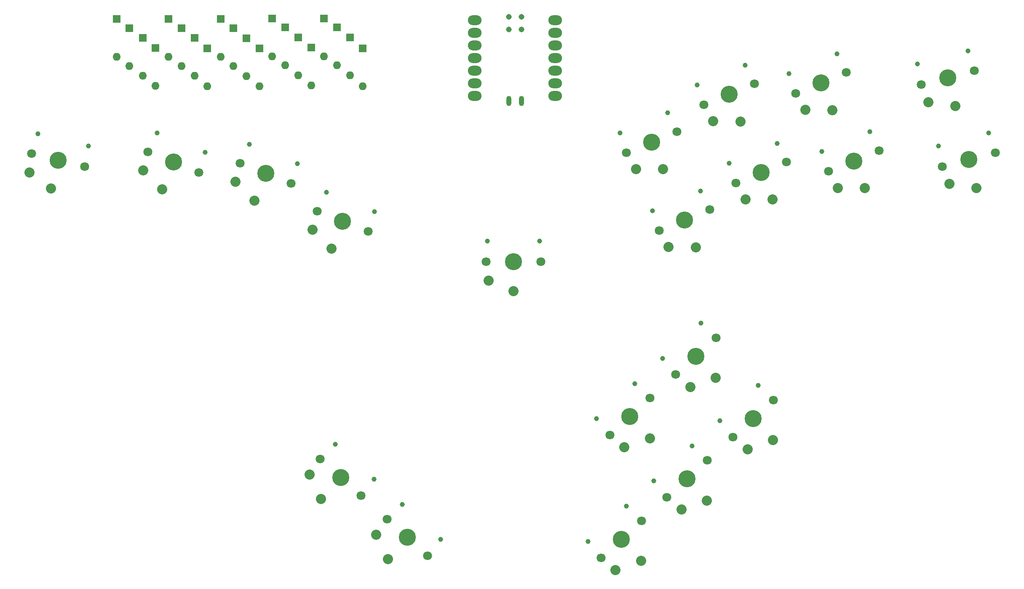
<source format=gbr>
%TF.GenerationSoftware,KiCad,Pcbnew,(6.0.4-0)*%
%TF.CreationDate,2022-08-03T16:22:01+02:00*%
%TF.ProjectId,ergosmash,6572676f-736d-4617-9368-2e6b69636164,rev?*%
%TF.SameCoordinates,Original*%
%TF.FileFunction,Soldermask,Top*%
%TF.FilePolarity,Negative*%
%FSLAX46Y46*%
G04 Gerber Fmt 4.6, Leading zero omitted, Abs format (unit mm)*
G04 Created by KiCad (PCBNEW (6.0.4-0)) date 2022-08-03 16:22:01*
%MOMM*%
%LPD*%
G01*
G04 APERTURE LIST*
%ADD10C,0.990600*%
%ADD11C,1.800000*%
%ADD12C,3.429000*%
%ADD13C,2.032000*%
%ADD14R,1.600000X1.600000*%
%ADD15O,1.600000X1.600000*%
%ADD16O,2.748280X1.998980*%
%ADD17O,1.016000X2.032000*%
%ADD18C,1.143000*%
G04 APERTURE END LIST*
D10*
%TO.C,SW20*%
X225795836Y-48880389D03*
D11*
X226576351Y-53016715D03*
D12*
X231901163Y-51639625D03*
D11*
X237225975Y-50262535D03*
D10*
X235903298Y-46266421D03*
D13*
X233378405Y-57351696D03*
X228011869Y-56570486D03*
%TD*%
D10*
%TO.C,SW19*%
X199976676Y-50815841D03*
D11*
X201325261Y-54803287D03*
D12*
X206406598Y-52698528D03*
D11*
X211487935Y-50593769D03*
D10*
X209621979Y-46820626D03*
D13*
X208664430Y-58149417D03*
X203241397Y-58122687D03*
%TD*%
D10*
%TO.C,SW18*%
X181489256Y-53108277D03*
D11*
X182837841Y-57095723D03*
D12*
X187919178Y-54990964D03*
D11*
X193000515Y-52886205D03*
D10*
X191134559Y-49113062D03*
D13*
X190177010Y-60441853D03*
X184753977Y-60415123D03*
%TD*%
D10*
%TO.C,SW17*%
X165961226Y-62725464D03*
D11*
X167309811Y-66712910D03*
D12*
X172391148Y-64608151D03*
D11*
X177472485Y-62503392D03*
D10*
X175606529Y-58730249D03*
D13*
X174648980Y-70059040D03*
X169225947Y-70032310D03*
%TD*%
D10*
%TO.C,SW16*%
X230005538Y-65351224D03*
D11*
X230786053Y-69487550D03*
D12*
X236110865Y-68110460D03*
D11*
X241435677Y-66733370D03*
D10*
X240113000Y-62737256D03*
D13*
X237588107Y-73822531D03*
X232221571Y-73041321D03*
%TD*%
D10*
%TO.C,SW15*%
X206530426Y-66503045D03*
D11*
X207879011Y-70490491D03*
D12*
X212960348Y-68385732D03*
D11*
X218041685Y-66280973D03*
D10*
X216175729Y-62507830D03*
D13*
X215218180Y-73836621D03*
X209795147Y-73809891D03*
%TD*%
D10*
%TO.C,SW14*%
X187968485Y-68825591D03*
D11*
X189317070Y-72813037D03*
D12*
X194398407Y-70708278D03*
D11*
X199479744Y-68603519D03*
D10*
X197613788Y-64830376D03*
D13*
X196656239Y-76159167D03*
X191233206Y-76132437D03*
%TD*%
D10*
%TO.C,SW13*%
X172514975Y-78412669D03*
D11*
X173863560Y-82400115D03*
D12*
X178944897Y-80295356D03*
D11*
X184026234Y-78190597D03*
D10*
X182160278Y-74417454D03*
D13*
X181202729Y-85746245D03*
X175779696Y-85719515D03*
%TD*%
D10*
%TO.C,SW12*%
X161301769Y-120270594D03*
D11*
X163932811Y-123556324D03*
D12*
X167987836Y-119840578D03*
D11*
X172042861Y-116124832D03*
D10*
X168998945Y-113217432D03*
D13*
X171973818Y-124190514D03*
X166868692Y-126020183D03*
%TD*%
D10*
%TO.C,SW11*%
X174572763Y-108109970D03*
D11*
X177203805Y-111395700D03*
D12*
X181258830Y-107679954D03*
D11*
X185313855Y-103964208D03*
D10*
X182269939Y-101056808D03*
D13*
X185244812Y-112029890D03*
X180139686Y-113859559D03*
%TD*%
D10*
%TO.C,SW10*%
X172786808Y-132804310D03*
D11*
X175417850Y-136090040D03*
D12*
X179472875Y-132374294D03*
D11*
X183527900Y-128658548D03*
D10*
X180483984Y-125751148D03*
D13*
X183458857Y-136724230D03*
X178353731Y-138553899D03*
%TD*%
D10*
%TO.C,SW9*%
X186057798Y-120643685D03*
D11*
X188688840Y-123929415D03*
D12*
X192743865Y-120213669D03*
D11*
X196798890Y-116497923D03*
D10*
X193754974Y-113590523D03*
D13*
X196729847Y-124563605D03*
X191624721Y-126393274D03*
%TD*%
D10*
%TO.C,SW8*%
X139368470Y-84475535D03*
D11*
X139088470Y-88675535D03*
D12*
X144588470Y-88675535D03*
D11*
X150088470Y-88675535D03*
D10*
X149808470Y-84475535D03*
D13*
X144588470Y-94575535D03*
X139588470Y-92475535D03*
%TD*%
D10*
%TO.C,SW7*%
X159538103Y-144944510D03*
D11*
X162169145Y-148230240D03*
D12*
X166224170Y-144514494D03*
D11*
X170279195Y-140798748D03*
D10*
X167235279Y-137891348D03*
D13*
X170210152Y-148864430D03*
X165105026Y-150694099D03*
%TD*%
D10*
%TO.C,SW6*%
X122193876Y-137545903D03*
D11*
X119175446Y-140479755D03*
D12*
X123262743Y-144159973D03*
D11*
X127350040Y-147840191D03*
D10*
X129952308Y-144531626D03*
D13*
X119314872Y-148544527D03*
X117004323Y-143638270D03*
%TD*%
D10*
%TO.C,SW5*%
X108775788Y-125443344D03*
D11*
X105757358Y-128377196D03*
D12*
X109844655Y-132057414D03*
D11*
X113931952Y-135737632D03*
D10*
X116534220Y-132429067D03*
D13*
X105896784Y-136441968D03*
X103586235Y-131535711D03*
%TD*%
D10*
%TO.C,SW4*%
X106976596Y-74699539D03*
D11*
X105143637Y-78488822D03*
D12*
X110243148Y-80549158D03*
D11*
X115342659Y-82609494D03*
D10*
X116656395Y-78610432D03*
D13*
X108032969Y-86019543D03*
X104183724Y-82199424D03*
%TD*%
D10*
%TO.C,SW3*%
X91494815Y-65039600D03*
D11*
X89661856Y-68828883D03*
D12*
X94761367Y-70889219D03*
D11*
X99860878Y-72949555D03*
D10*
X101174614Y-68950493D03*
D13*
X92551188Y-76359604D03*
X88701943Y-72539485D03*
%TD*%
D10*
%TO.C,SW2*%
X72951567Y-62770697D03*
D11*
X71118608Y-66559980D03*
D12*
X76218119Y-68620316D03*
D11*
X81317630Y-70680652D03*
D10*
X82631366Y-66681590D03*
D13*
X74007940Y-74090701D03*
X70158695Y-70270582D03*
%TD*%
D10*
%TO.C,SW1*%
X49011961Y-62890514D03*
D11*
X47724207Y-66898018D03*
D12*
X53060833Y-68228588D03*
D11*
X58397459Y-69559158D03*
D10*
X59141849Y-65416178D03*
D13*
X51633494Y-73953333D03*
X47290051Y-70706102D03*
%TD*%
D14*
%TO.C,D5*%
X75200000Y-39851868D03*
D15*
X75200000Y-47471868D03*
%TD*%
D14*
%TO.C,D1*%
X64800000Y-39851866D03*
D15*
X64800000Y-47471866D03*
%TD*%
D14*
%TO.C,D10*%
X88300000Y-41661869D03*
D15*
X88300000Y-49281869D03*
%TD*%
D14*
%TO.C,D8*%
X83047150Y-45731868D03*
D15*
X83047150Y-53351868D03*
%TD*%
D14*
%TO.C,D4*%
X72600000Y-45661866D03*
D15*
X72600000Y-53281866D03*
%TD*%
D14*
%TO.C,D13*%
X96100000Y-39731864D03*
D15*
X96100000Y-47351864D03*
%TD*%
D14*
%TO.C,D19*%
X111700000Y-43541864D03*
D15*
X111700000Y-51161864D03*
%TD*%
D14*
%TO.C,D16*%
X103900000Y-45541866D03*
D15*
X103900000Y-53161866D03*
%TD*%
D14*
%TO.C,D20*%
X114300000Y-45731866D03*
D15*
X114300000Y-53351866D03*
%TD*%
D14*
%TO.C,D18*%
X109100000Y-41541865D03*
D15*
X109100000Y-49161865D03*
%TD*%
D14*
%TO.C,D6*%
X77847152Y-41661867D03*
D15*
X77847152Y-49281867D03*
%TD*%
D14*
%TO.C,D17*%
X106500000Y-39731868D03*
D15*
X106500000Y-47351868D03*
%TD*%
D16*
%TO.C,U1*%
X136807181Y-40042357D03*
X136807181Y-42582357D03*
X136807181Y-45122357D03*
X136807181Y-47662357D03*
X136807181Y-50202357D03*
X136807181Y-52742357D03*
X136807181Y-55282357D03*
X152971741Y-55282357D03*
X152971741Y-52742357D03*
X152971741Y-50202357D03*
X152971741Y-47662357D03*
X152971741Y-45122357D03*
X152971741Y-42582357D03*
X152971741Y-40042357D03*
D17*
X143674061Y-56360177D03*
X146224061Y-56360177D03*
D18*
X143672864Y-39355990D03*
X146212864Y-39355990D03*
X143672864Y-41895990D03*
X146212864Y-41895990D03*
%TD*%
D14*
%TO.C,D12*%
X93500000Y-45731866D03*
D15*
X93500000Y-53351866D03*
%TD*%
D14*
%TO.C,D2*%
X67400000Y-41661866D03*
D15*
X67400000Y-49281866D03*
%TD*%
D14*
%TO.C,D9*%
X85700000Y-39851865D03*
D15*
X85700000Y-47471865D03*
%TD*%
D14*
%TO.C,D14*%
X98700000Y-41541865D03*
D15*
X98700000Y-49161865D03*
%TD*%
D14*
%TO.C,D7*%
X80447156Y-43661864D03*
D15*
X80447156Y-51281864D03*
%TD*%
D14*
%TO.C,D15*%
X101300000Y-43541867D03*
D15*
X101300000Y-51161867D03*
%TD*%
D14*
%TO.C,D3*%
X70100000Y-43661864D03*
D15*
X70100000Y-51281864D03*
%TD*%
D14*
%TO.C,D11*%
X90900000Y-43731868D03*
D15*
X90900000Y-51351868D03*
%TD*%
M02*

</source>
